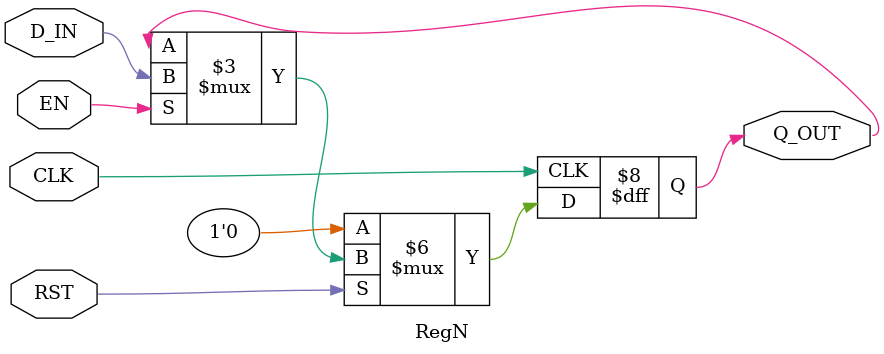
<source format=v>

`ifdef BSV_ASSIGNMENT_DELAY
`else
  `define BSV_ASSIGNMENT_DELAY
`endif

`ifdef BSV_POSITIVE_RESET
  `define BSV_RESET_VALUE 1'b1
  `define BSV_RESET_EDGE posedge
`else
  `define BSV_RESET_VALUE 1'b0
  `define BSV_RESET_EDGE negedge
`endif


module RegN(CLK, RST, Q_OUT, D_IN, EN);

   parameter width = 1;
   parameter init  = { width {1'b0} } ;

   input     CLK;
   input     RST;
   input     EN;
   input [width - 1 : 0] D_IN;
   output [width - 1 : 0] Q_OUT;

   reg [width - 1 : 0]    Q_OUT;

   always@(posedge CLK)
     begin
        if (RST == `BSV_RESET_VALUE)
          Q_OUT <= `BSV_ASSIGNMENT_DELAY init;
        else
          begin
             if (EN)
               Q_OUT <= `BSV_ASSIGNMENT_DELAY D_IN;
          end // else: !if(RST == `BSV_RESET_VALUE)
     end

`ifdef BSV_NO_INITIAL_BLOCKS
`else // not BSV_NO_INITIAL_BLOCKS
   // synopsys translate_off
   initial begin
      Q_OUT = {((width + 1)/2){2'b10}} ;
   end
   // synopsys translate_on
`endif // BSV_NO_INITIAL_BLOCKS

endmodule


</source>
